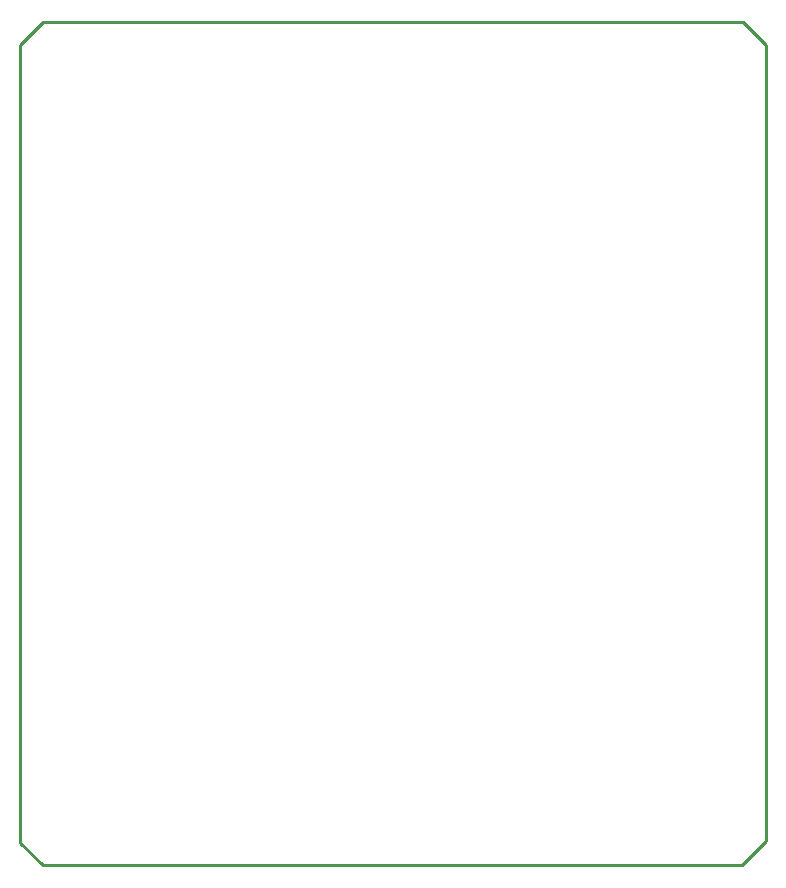
<source format=gko>
G04*
G04 #@! TF.GenerationSoftware,Altium Limited,Altium Designer,22.9.1 (49)*
G04*
G04 Layer_Color=16711935*
%FSLAX25Y25*%
%MOIN*%
G70*
G04*
G04 #@! TF.SameCoordinates,2D7BEFF4-9F28-405B-851C-CABBC44A95C7*
G04*
G04*
G04 #@! TF.FilePolarity,Positive*
G04*
G01*
G75*
%ADD15C,0.01000*%
D15*
X7000Y280500D02*
X240500D01*
X248000Y273000D01*
X248000Y7500D01*
X240000Y-500D02*
X248000Y7500D01*
X7000Y-500D02*
X240000D01*
X-500Y7000D02*
X7000Y-500D01*
X-500Y7000D02*
Y273000D01*
X7000Y280500D01*
M02*

</source>
